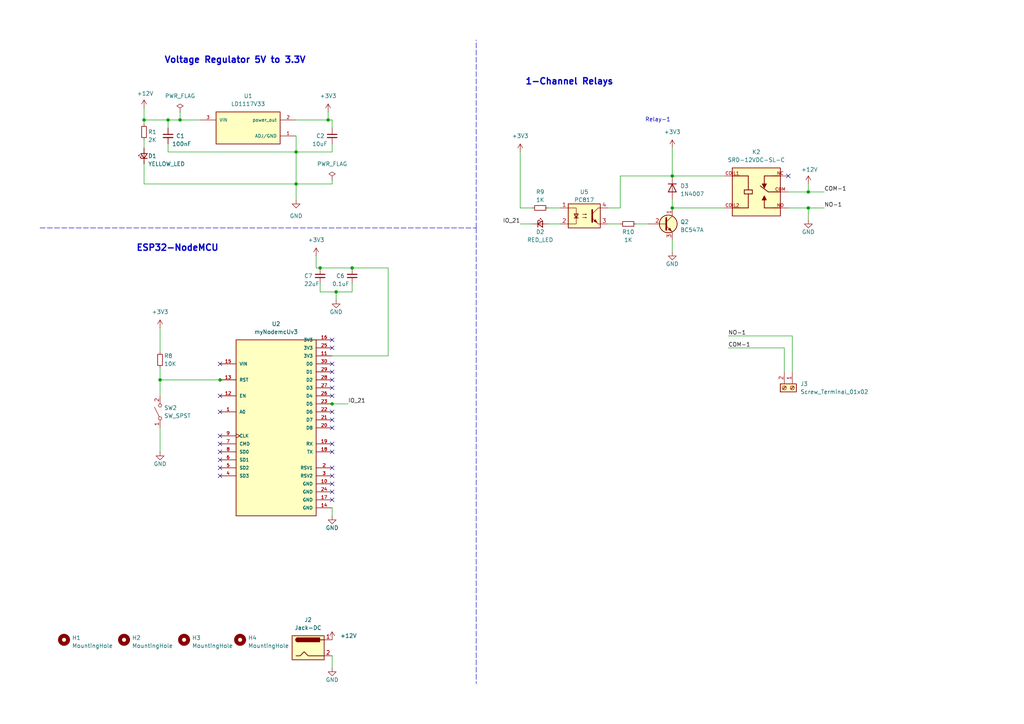
<source format=kicad_sch>
(kicad_sch (version 20231120) (generator "eeschema") (generator_version "8.0")
  (paper "User" 324.993 230.022)
  (title_block (title "water ctrl") (date "2024-10-10") (company "bou6"))
  (lib_symbols
    (symbol "1N4007_1" (pin_numbers hide) (pin_names hide)
      (property "Reference" "D" (at 0 2.54 0))
      (property "Value" "1N4007" (at 0 -2.54 0))
      (symbol "1N4007_1_0_1"
        (polyline (pts (xy -1.27 1.27) (xy -1.27 -1.27)) (stroke (width 0.254)))
        (polyline (pts (xy 1.27 0) (xy -1.27 0)))
        (polyline (pts (xy 1.27 1.27) (xy 1.27 -1.27) (xy -1.27 0) (xy 1.27 1.27)) (stroke (width 0.254)))
      )
      (symbol "1N4007_1_1_1"
        (pin passive line (at -3.81 0 0) (length 2.54) (name "K") (number "1"))
        (pin passive line (at 3.81 0 180) (length 2.54) (name "A") (number "2"))
      )
    )
    (symbol "BC547A_1" (pin_names hide)
      (property "Reference" "Q" (at 5.08 1.27 0))
      (property "Value" "BC547A" (at 5.08 -1.27 0))
      (symbol "BC547A_1_0_1"
        (polyline (pts (xy 0.635 0.635) (xy 2.54 2.54)))
        (polyline (pts (xy 0.635 -0.635) (xy 2.54 -2.54) (xy 2.54 -2.54)))
        (polyline (pts (xy 0.635 1.905) (xy 0.635 -1.905) (xy 0.635 -1.905)) (stroke (width 0.508)))
        (polyline (pts (xy 1.27 -1.778) (xy 1.778 -1.27) (xy 2.286 -2.286) (xy 1.27 -1.778) (xy 1.27 -1.778)) (fill (type outline)))
        (circle (center 1.27 0) (radius 2.8194) (stroke (width 0.254)) (fill (type background)))
      )
      (symbol "BC547A_1_1_1"
        (pin passive line (at 2.54 5.08 270) (length 2.54) (name "C") (number "1"))
        (pin input line (at -5.08 0 0) (length 5.715) (name "B") (number "2"))
        (pin passive line (at 2.54 -5.08 90) (length 2.54) (name "E") (number "3"))
      )
    )
    (symbol "Connector:Jack-DC" (pin_names (offset 1.016))
      (property "Reference" "J" (at 0 5.334 0))
      (property "Value" "Jack-DC" (at 0 -5.08 0))
      (symbol "Jack-DC_0_1"
        (rectangle (start -5.08 3.81) (end 5.08 -3.81) (stroke (width 0.254)) (fill (type background)))
        (arc (start -3.302 3.175) (mid -3.9343 2.54) (end -3.302 1.905) (stroke (width 0.254)))
        (arc (start -3.302 3.175) (mid -3.9343 2.54) (end -3.302 1.905) (stroke (width 0.254)) (fill (type outline)))
        (polyline (pts (xy 5.08 2.54) (xy 3.81 2.54)) (stroke (width 0.254)))
        (polyline (pts (xy -3.81 -2.54) (xy -2.54 -2.54) (xy -1.27 -1.27) (xy 0 -2.54) (xy 2.54 -2.54) (xy 5.08 -2.54)) (stroke (width 0.254)))
        (rectangle (start 3.683 3.175) (end -3.302 1.905) (stroke (width 0.254)) (fill (type outline)))
      )
      (symbol "Jack-DC_1_1"
        (pin passive line (at 7.62 2.54 180) (length 2.54) (name "~") (number "1"))
        (pin passive line (at 7.62 -2.54 180) (length 2.54) (name "~") (number "2"))
      )
    )
    (symbol "Connector:Screw_Terminal_01x02" (pin_names (offset 1.016) hide)
      (property "Reference" "J" (at 0 2.54 0))
      (property "Value" "Screw_Terminal_01x02" (at 0 -5.08 0))
      (symbol "Screw_Terminal_01x02_1_1"
        (rectangle (start -1.27 1.27) (end 1.27 -3.81) (stroke (width 0.254)) (fill (type background)))
        (circle (center 0 -2.54) (radius 0.635) (stroke (width 0.1524)))
        (polyline (pts (xy -0.5334 -2.2098) (xy 0.3302 -3.048)) (stroke (width 0.1524)))
        (polyline (pts (xy -0.5334 0.3302) (xy 0.3302 -0.508)) (stroke (width 0.1524)))
        (polyline (pts (xy -0.3556 -2.032) (xy 0.508 -2.8702)) (stroke (width 0.1524)))
        (polyline (pts (xy -0.3556 0.508) (xy 0.508 -0.3302)) (stroke (width 0.1524)))
        (circle (center 0 0) (radius 0.635) (stroke (width 0.1524)))
        (pin passive line (at -5.08 0 0) (length 3.81) (name "Pin_1") (number "1"))
        (pin passive line (at -5.08 -2.54 0) (length 3.81) (name "Pin_2") (number "2"))
      )
    )
    (symbol "Device:C_Small" (pin_numbers hide) (pin_names (offset 0.254) hide)
      (property "Reference" "C" (at 0.254 1.778 0))
      (property "Value" "C_Small" (at 0.254 -2.032 0))
      (symbol "C_Small_0_1"
        (polyline (pts (xy -1.524 -0.508) (xy 1.524 -0.508)) (stroke (width 0.3302)))
        (polyline (pts (xy -1.524 0.508) (xy 1.524 0.508)) (stroke (width 0.3048)))
      )
      (symbol "C_Small_1_1"
        (pin passive line (at 0 2.54 270) (length 2.032) (name "~") (number "1"))
        (pin passive line (at 0 -2.54 90) (length 2.032) (name "~") (number "2"))
      )
    )
    (symbol "Device:LED_Small" (pin_numbers hide) (pin_names (offset 0.254) hide)
      (property "Reference" "D" (at -1.27 3.175 0))
      (property "Value" "LED_Small" (at -4.445 -2.54 0))
      (symbol "LED_Small_0_1"
        (polyline (pts (xy -0.762 -1.016) (xy -0.762 1.016)) (stroke (width 0.254)))
        (polyline (pts (xy 1.016 0) (xy -0.762 0)))
        (polyline (pts (xy 0.762 -1.016) (xy -0.762 0) (xy 0.762 1.016) (xy 0.762 -1.016)) (stroke (width 0.254)))
        (polyline (pts (xy 0 0.762) (xy -0.508 1.27) (xy -0.254 1.27) (xy -0.508 1.27) (xy -0.508 1.016)))
        (polyline (pts (xy 0.508 1.27) (xy 0 1.778) (xy 0.254 1.778) (xy 0 1.778) (xy 0 1.524)))
      )
      (symbol "LED_Small_1_1"
        (pin passive line (at -2.54 0 0) (length 1.778) (name "K") (number "1"))
        (pin passive line (at 2.54 0 180) (length 1.778) (name "A") (number "2"))
      )
    )
    (symbol "Device:R_Small" (pin_numbers hide) (pin_names (offset 0.254) hide)
      (property "Reference" "R" (at 0.762 0.508 0))
      (property "Value" "R_Small" (at 0.762 -1.016 0))
      (symbol "R_Small_0_1"
        (rectangle (start -0.762 1.778) (end 0.762 -1.778) (stroke (width 0.2032)))
      )
      (symbol "R_Small_1_1"
        (pin passive line (at 0 2.54 270) (length 0.762) (name "~") (number "1"))
        (pin passive line (at 0 -2.54 90) (length 0.762) (name "~") (number "2"))
      )
    )
    (symbol "LD1117V33:LD1117V33" (pin_names (offset 1.016))
      (property "Reference" "U" (at -10.16 5.842 0))
      (property "Value" "LD1117V33" (at -10.16 -7.62 0))
      (symbol "LD1117V33_0_0"
        (rectangle (start -10.16 -5.08) (end 10.16 5.08) (stroke (width 0.254)) (fill (type background)))
        (pin passive line (at 15.24 -2.54 180) (length 5.08) (name "ADJ/GND") (number "1"))
        (pin power_out line (at 15.24 2.54 180) (length 5.08) (name "power_out") (number "2"))
        (pin input line (at -15.24 2.54 0) (length 5.08) (name "VIN") (number "3"))
      )
    )
    (symbol "Mechanical:MountingHole" (pin_names (offset 1.016))
      (property "Reference" "H" (at 0 5.08 0))
      (property "Value" "MountingHole" (at 0 3.175 0))
      (symbol "MountingHole_0_1"
        (circle (center 0 0) (radius 1.27) (stroke (width 1.27)))
      )
    )
    (symbol "PC817_1" (pin_names (offset 1.016))
      (property "Reference" "U" (at -5.08 5.08 0))
      (property "Value" "PC817" (at 0 5.08 0))
      (symbol "PC817_1_0_1"
        (rectangle (start -5.08 3.81) (end 5.08 -3.81) (stroke (width 0.254)) (fill (type background)))
        (polyline (pts (xy -3.175 -0.635) (xy -1.905 -0.635)) (stroke (width 0.254)))
        (polyline (pts (xy 2.54 0.635) (xy 4.445 2.54)))
        (polyline (pts (xy 4.445 -2.54) (xy 2.54 -0.635)) (fill (type outline)))
        (polyline (pts (xy 4.445 -2.54) (xy 5.08 -2.54)))
        (polyline (pts (xy 4.445 2.54) (xy 5.08 2.54)))
        (polyline (pts (xy -5.08 2.54) (xy -2.54 2.54) (xy -2.54 -0.635)))
        (polyline (pts (xy -2.54 -0.635) (xy -2.54 -2.54) (xy -5.08 -2.54)))
        (polyline (pts (xy 2.54 1.905) (xy 2.54 -1.905) (xy 2.54 -1.905)) (stroke (width 0.508)))
        (polyline (pts (xy -2.54 -0.635) (xy -3.175 0.635) (xy -1.905 0.635) (xy -2.54 -0.635)) (stroke (width 0.254)))
        (polyline (pts (xy -0.508 -0.508) (xy 0.762 -0.508) (xy 0.381 -0.635) (xy 0.381 -0.381) (xy 0.762 -0.508)))
        (polyline (pts (xy -0.508 0.508) (xy 0.762 0.508) (xy 0.381 0.381) (xy 0.381 0.635) (xy 0.762 0.508)))
        (polyline (pts (xy 3.048 -1.651) (xy 3.556 -1.143) (xy 4.064 -2.159) (xy 3.048 -1.651) (xy 3.048 -1.651)) (fill (type outline)))
      )
      (symbol "PC817_1_1_1"
        (pin passive line (at -7.62 2.54 0) (length 2.54) (name "~") (number "1"))
        (pin passive line (at -7.62 -2.54 0) (length 2.54) (name "~") (number "2"))
        (pin passive line (at 7.62 -2.54 180) (length 2.54) (name "~") (number "3"))
        (pin passive line (at 7.62 2.54 180) (length 2.54) (name "~") (number "4"))
      )
    )
    (symbol "SRD-12VDC-SL-C:SRD-12VDC-SL-C" (pin_names (offset 1.016))
      (property "Reference" "K" (at -7.62 8.89 0))
      (property "Value" "SRD-12VDC-SL-C" (at -7.62 -10.16 0))
      (symbol "SRD-12VDC-SL-C_0_0"
        (rectangle (start -7.62 -7.62) (end 7.62 7.62) (stroke (width 0.254)) (fill (type background)))
        (polyline (pts (xy -7.62 -5.08) (xy -2.54 -5.08)) (stroke (width 0.254)))
        (polyline (pts (xy -7.62 5.08) (xy -2.54 5.08)) (stroke (width 0.254)))
        (polyline (pts (xy -3.81 -0.635) (xy -3.81 0.635)) (stroke (width 0.254)))
        (polyline (pts (xy -3.81 0.635) (xy -2.54 0.635)) (stroke (width 0.254)))
        (polyline (pts (xy -2.54 -0.635) (xy -3.81 -0.635)) (stroke (width 0.254)))
        (polyline (pts (xy -2.54 -0.635) (xy -2.54 -5.08)) (stroke (width 0.254)))
        (polyline (pts (xy -2.54 0.635) (xy -1.27 0.635)) (stroke (width 0.254)))
        (polyline (pts (xy -2.54 5.08) (xy -2.54 0.635)) (stroke (width 0.254)))
        (polyline (pts (xy -1.27 -0.635) (xy -2.54 -0.635)) (stroke (width 0.254)))
        (polyline (pts (xy -1.27 0.635) (xy -1.27 -0.635)) (stroke (width 0.254)))
        (polyline (pts (xy 2.54 -5.08) (xy 2.54 -2.54)) (stroke (width 0.254)))
        (polyline (pts (xy 2.54 5.08) (xy 2.54 2.54)) (stroke (width 0.254)))
        (polyline (pts (xy 2.54 5.08) (xy 7.62 5.08)) (stroke (width 0.254)))
        (polyline (pts (xy 3.81 0) (xy 1.27 1.905)) (stroke (width 0.254)))
        (polyline (pts (xy 7.62 -5.08) (xy 2.54 -5.08)) (stroke (width 0.254)))
        (polyline (pts (xy 7.62 0) (xy 3.81 0)) (stroke (width 0.254)))
        (polyline (pts (xy 1.905 -2.54) (xy 3.175 -2.54) (xy 2.54 -1.27) (xy 1.905 -2.54)) (stroke (width 0.254)) (fill (type outline)))
        (polyline (pts (xy 3.175 2.54) (xy 1.905 2.54) (xy 2.54 1.27) (xy 3.175 2.54)) (stroke (width 0.254)) (fill (type outline)))
        (pin passive line (at -10.16 5.08 0) (length 5.08) (name "~") (number "COIL1"))
        (pin passive line (at -10.16 -5.08 0) (length 5.08) (name "~") (number "COIL2"))
        (pin passive line (at 10.16 0 180) (length 5.08) (name "~") (number "COM"))
        (pin passive line (at 10.16 5.08 180) (length 5.08) (name "~") (number "NC"))
        (pin passive line (at 10.16 -5.08 180) (length 5.08) (name "~") (number "NO"))
      )
    )
    (symbol "Switch:SW_SPST" (pin_names (offset 0) hide)
      (property "Reference" "SW" (at 0 3.175 0))
      (property "Value" "SW_SPST" (at 0 -2.54 0))
      (symbol "SW_SPST_0_0"
        (circle (center -2.032 0) (radius 0.508))
        (polyline (pts (xy -1.524 0.254) (xy 1.524 1.778)))
        (circle (center 2.032 0) (radius 0.508))
      )
      (symbol "SW_SPST_1_1"
        (pin passive line (at -5.08 0 0) (length 2.54) (name "A") (number "1"))
        (pin passive line (at 5.08 0 180) (length 2.54) (name "B") (number "2"))
      )
    )
    (symbol "myNodemcuv3:myNodemcuv3" (pin_names (offset 1.016))
      (property "Reference" "U" (at -12.7 26.035 0))
      (property "Value" "myNodemcUv3" (at -11.684 -33.02 0))
      (symbol "myNodemcuv3_0_0"
        (rectangle (start -12.7 25.4) (end 12.7 -30.48) (stroke (width 0.254)) (fill (type background)))
        (pin input line (at -17.78 2.54 0) (length 5.08) (name "A0") (number "1"))
        (pin power_in line (at 17.78 -20.32 180) (length 5.08) (name "GND") (number "10"))
        (pin power_in line (at 17.78 20.32 180) (length 5.08) (name "3V3") (number "11"))
        (pin input line (at -17.78 7.62 0) (length 5.08) (name "EN") (number "12"))
        (pin input line (at -17.78 12.7 0) (length 5.08) (name "RST") (number "13"))
        (pin power_in line (at 17.78 -27.94 180) (length 5.08) (name "GND") (number "14"))
        (pin input line (at -17.78 17.78 0) (length 5.08) (name "VIN") (number "15"))
        (pin power_in line (at 17.78 25.4 180) (length 5.08) (name "3V3") (number "16"))
        (pin power_in line (at 17.78 -25.4 180) (length 5.08) (name "GND") (number "17"))
        (pin bidirectional line (at 17.78 -10.16 180) (length 5.08) (name "TX") (number "18"))
        (pin bidirectional line (at 17.78 -7.62 180) (length 5.08) (name "RX") (number "19"))
        (pin passive line (at 17.78 -15.24 180) (length 5.08) (name "RSV1") (number "2"))
        (pin bidirectional line (at 17.78 -2.54 180) (length 5.08) (name "D8") (number "20"))
        (pin bidirectional line (at 17.78 0 180) (length 5.08) (name "D7") (number "21"))
        (pin bidirectional line (at 17.78 2.54 180) (length 5.08) (name "D6") (number "22"))
        (pin bidirectional line (at 17.78 5.08 180) (length 5.08) (name "D5") (number "23"))
        (pin power_in line (at 17.78 -22.86 180) (length 5.08) (name "GND") (number "24"))
        (pin power_in line (at 17.78 22.86 180) (length 5.08) (name "3V3") (number "25"))
        (pin bidirectional line (at 17.78 7.62 180) (length 5.08) (name "D4") (number "26"))
        (pin bidirectional line (at 17.78 10.16 180) (length 5.08) (name "D3") (number "27"))
        (pin bidirectional line (at 17.78 12.7 180) (length 5.08) (name "D2") (number "28"))
        (pin bidirectional line (at 17.78 15.24 180) (length 5.08) (name "D1") (number "29"))
        (pin passive line (at 17.78 -17.78 180) (length 5.08) (name "RSV2") (number "3"))
        (pin bidirectional line (at 17.78 17.78 180) (length 5.08) (name "D0") (number "30"))
        (pin bidirectional line (at -17.78 -17.78 0) (length 5.08) (name "SD3") (number "4"))
        (pin bidirectional line (at -17.78 -15.24 0) (length 5.08) (name "SD2") (number "5"))
        (pin bidirectional line (at -17.78 -12.7 0) (length 5.08) (name "SD1") (number "6"))
        (pin input line (at -17.78 -7.62 0) (length 5.08) (name "CMD") (number "7"))
        (pin bidirectional line (at -17.78 -10.16 0) (length 5.08) (name "SD0") (number "8"))
        (pin input clock (at -17.78 -5.08 0) (length 5.08) (name "CLK") (number "9"))
      )
    )
    (symbol "power:+3V3" (power) (pin_numbers hide) (pin_names (offset 0) hide)
      (property "Value" "+3V3" (at 0 3.556 0))
      (symbol "+3V3_0_1"
        (polyline (pts (xy -0.762 1.27) (xy 0 2.54)))
        (polyline (pts (xy 0 0) (xy 0 2.54)))
        (polyline (pts (xy 0 2.54) (xy 0.762 1.27)))
      )
      (symbol "+3V3_1_1"
        (pin power_in line (at 0 0 90) (length 0) (name "~") (number "1"))
      )
    )
    (symbol "power:+5V" (power) (pin_names (offset 0))
      (property "Value" "+5V" (at 0 3.556 0))
      (symbol "+5V_0_1"
        (polyline (pts (xy -0.762 1.27) (xy 0 2.54)))
        (polyline (pts (xy 0 0) (xy 0 2.54)))
        (polyline (pts (xy 0 2.54) (xy 0.762 1.27)))
      )
      (symbol "+5V_1_1"
        (pin power_in line (at 0 0 90) (length 0) hide (name "+5V") (number "1"))
      )
    )
    (symbol "power:GND" (power) (pin_names (offset 0))
      (property "Value" "GND" (at 0 -3.81 0))
      (symbol "GND_0_1"
        (polyline (pts (xy 0 0) (xy 0 -1.27) (xy 1.27 -1.27) (xy 0 -2.54) (xy -1.27 -1.27) (xy 0 -1.27)))
      )
      (symbol "GND_1_1"
        (pin power_in line (at 0 0 270) (length 0) hide (name "GND") (number "1"))
      )
    )
    (symbol "power:PWR_FLAG" (power) (pin_numbers hide) (pin_names (offset 0) hide)
      (property "Value" "PWR_FLAG" (at 0 3.81 0))
      (symbol "PWR_FLAG_0_0"
        (pin power_out line (at 0 0 90) (length 0) (name "~") (number "1"))
      )
      (symbol "PWR_FLAG_0_1"
        (polyline (pts (xy 0 0) (xy 0 1.27) (xy -1.016 1.905) (xy 0 2.54) (xy 1.016 1.905) (xy 0 1.27)))
      )
    )
  )
  (junction (at 101.6 85.09))
  (junction (at 45.72 38.1))
  (junction (at 105.41 128.27))
  (junction (at 106.68 92.71))
  (junction (at 50.8 120.65))
  (junction (at 69.85 120.65))
  (junction (at 111.76 85.09))
  (junction (at 93.98 58.42))
  (junction (at 256.54 60.96))
  (junction (at 93.98 48.26))
  (junction (at 213.36 55.88))
  (junction (at 57.15 38.1))
  (junction (at 104.14 38.1))
  (junction (at 213.36 66.04))
  (junction (at 256.54 66.04))
  (junction (at 53.34 38.1))
  (no_connect (at 69.85 140.97))
  (no_connect (at 105.41 151.13))
  (no_connect (at 105.41 118.11))
  (no_connect (at 69.85 143.51))
  (no_connect (at 69.85 130.81))
  (no_connect (at 69.85 146.05))
  (no_connect (at 105.41 120.65))
  (no_connect (at 69.85 151.13))
  (no_connect (at 105.41 125.73))
  (no_connect (at 105.41 135.89))
  (no_connect (at 105.41 130.81))
  (no_connect (at 105.41 153.67))
  (no_connect (at 69.85 115.57))
  (no_connect (at 105.41 110.49))
  (no_connect (at 105.41 148.59))
  (no_connect (at 105.41 107.95))
  (no_connect (at 69.85 148.59))
  (no_connect (at 105.41 140.97))
  (no_connect (at 105.41 133.35))
  (no_connect (at 105.41 156.21))
  (no_connect (at 105.41 143.51))
  (no_connect (at 250.19 55.88))
  (no_connect (at 69.85 138.43))
  (no_connect (at 105.41 158.75))
  (no_connect (at 105.41 123.19))
  (no_connect (at 105.41 115.57))
  (no_connect (at 69.85 125.73))
  (wire (pts (xy 45.72 44.45) (xy 45.72 46.99)))
  (wire (pts (xy 93.98 38.1) (xy 104.14 38.1)))
  (wire (pts (xy 50.8 135.89) (xy 50.8 143.51)))
  (wire (pts (xy 93.98 48.26) (xy 93.98 58.42)))
  (wire (pts (xy 101.6 92.71) (xy 101.6 90.17)))
  (wire (pts (xy 45.72 38.1) (xy 45.72 39.37)))
  (wire (pts (xy 173.99 66.04) (xy 177.8 66.04)))
  (wire (pts (xy 213.36 76.2) (xy 213.36 80.01)))
  (wire (pts (xy 104.14 38.1) (xy 105.41 38.1)))
  (wire (pts (xy 193.04 66.04) (xy 196.85 66.04)))
  (wire (pts (xy 100.33 81.28) (xy 100.33 85.09)))
  (wire (pts (xy 256.54 66.04) (xy 261.62 66.04)))
  (wire (pts (xy 105.41 128.27) (xy 110.49 128.27)))
  (wire (pts (xy 50.8 104.14) (xy 50.8 111.76)))
  (wire (pts (xy 45.72 52.07) (xy 45.72 58.42)))
  (wire (pts (xy 63.5 38.1) (xy 57.15 38.1)))
  (wire (pts (xy 213.36 66.04) (xy 229.87 66.04)))
  (wire (pts (xy 50.8 120.65) (xy 50.8 125.73)))
  (wire (pts (xy 53.34 48.26) (xy 93.98 48.26)))
  (wire (pts (xy 102.87 128.27) (xy 105.41 128.27)))
  (wire (pts (xy 57.15 35.56) (xy 57.15 38.1)))
  (polyline (pts (xy 72.39 72.39) (xy 151.13 72.39)) (stroke (width 0) (type dash)))
  (polyline (pts (xy 151.13 72.39) (xy 151.13 198.12)) (stroke (width 0) (type dash)))
  (wire (pts (xy 256.54 66.04) (xy 256.54 69.85)))
  (wire (pts (xy 105.41 38.1) (xy 105.41 40.64)))
  (wire (pts (xy 250.19 66.04) (xy 256.54 66.04)))
  (wire (pts (xy 248.92 110.49) (xy 231.14 110.49)))
  (wire (pts (xy 248.92 110.49) (xy 248.92 118.11)))
  (wire (pts (xy 193.04 71.12) (xy 196.85 71.12)))
  (wire (pts (xy 93.98 58.42) (xy 105.41 58.42)))
  (wire (pts (xy 111.76 90.17) (xy 111.76 92.71)))
  (wire (pts (xy 45.72 34.29) (xy 45.72 38.1)))
  (wire (pts (xy 45.72 38.1) (xy 53.34 38.1)))
  (polyline (pts (xy 151.13 198.12) (xy 151.13 217.17)) (stroke (width 0) (type dash)))
  (wire (pts (xy 201.93 71.12) (xy 205.74 71.12)))
  (polyline (pts (xy 12.7 72.39) (xy 72.39 72.39)) (stroke (width 0) (type dash)))
  (wire (pts (xy 106.68 92.71) (xy 106.68 95.25)))
  (polyline (pts (xy 151.13 72.39) (xy 151.13 12.7)) (stroke (width 0) (type dash)))
  (wire (pts (xy 165.1 71.12) (xy 168.91 71.12)))
  (wire (pts (xy 93.98 48.26) (xy 105.41 48.26)))
  (wire (pts (xy 105.41 161.29) (xy 105.41 163.83)))
  (wire (pts (xy 250.19 60.96) (xy 256.54 60.96)))
  (wire (pts (xy 251.46 106.68) (xy 251.46 118.11)))
  (wire (pts (xy 256.54 58.42) (xy 256.54 60.96)))
  (wire (pts (xy 165.1 66.04) (xy 168.91 66.04)))
  (wire (pts (xy 256.54 60.96) (xy 261.62 60.96)))
  (wire (pts (xy 93.98 58.42) (xy 93.98 63.5)))
  (wire (pts (xy 213.36 55.88) (xy 229.87 55.88)))
  (wire (pts (xy 196.85 55.88) (xy 213.36 55.88)))
  (wire (pts (xy 104.14 35.56) (xy 104.14 38.1)))
  (wire (pts (xy 105.41 208.28) (xy 105.41 212.09)))
  (wire (pts (xy 93.98 43.18) (xy 93.98 48.26)))
  (wire (pts (xy 165.1 48.26) (xy 165.1 66.04)))
  (wire (pts (xy 213.36 63.5) (xy 213.36 66.04)))
  (wire (pts (xy 196.85 66.04) (xy 196.85 55.88)))
  (wire (pts (xy 111.76 85.09) (xy 123.19 85.09)))
  (wire (pts (xy 106.68 92.71) (xy 101.6 92.71)))
  (wire (pts (xy 53.34 45.72) (xy 53.34 48.26)))
  (wire (pts (xy 105.41 48.26) (xy 105.41 45.72)))
  (wire (pts (xy 53.34 38.1) (xy 57.15 38.1)))
  (wire (pts (xy 105.41 113.03) (xy 123.19 113.03)))
  (wire (pts (xy 74.93 120.65) (xy 69.85 120.65)))
  (wire (pts (xy 100.33 85.09) (xy 101.6 85.09)))
  (wire (pts (xy 50.8 116.84) (xy 50.8 120.65)))
  (wire (pts (xy 123.19 85.09) (xy 123.19 113.03)))
  (wire (pts (xy 50.8 120.65) (xy 69.85 120.65)))
  (wire (pts (xy 105.41 58.42) (xy 105.41 57.15)))
  (wire (pts (xy 213.36 46.99) (xy 213.36 55.88)))
  (wire (pts (xy 111.76 92.71) (xy 106.68 92.71)))
  (wire (pts (xy 53.34 38.1) (xy 53.34 40.64)))
  (wire (pts (xy 45.72 58.42) (xy 93.98 58.42)))
  (wire (pts (xy 251.46 106.68) (xy 231.14 106.68)))
  (wire (pts (xy 101.6 85.09) (xy 111.76 85.09)))
  (wire (pts (xy 173.99 71.12) (xy 177.8 71.12)))
  (text "Voltage Regulator 5V to 3.3V" (at 52.07 20.32 0) (effects (font (size 2 2) (thickness 0.4) (bold yes)) (justify left bottom)))
  (text "1-Channel Relays" (at 166.624 27.178 0) (effects (font (size 2 2) (bold yes)) (justify left bottom)))
  (text "Relay-1" (at 204.724 38.862 0) (effects (font (size 1.27 1.27)) (justify left bottom)))
  (text "ESP32-NodeMCU\n" (at 43.18 80.01 0) (effects (font (size 2 2) (bold yes)) (justify left bottom)))
  (label "IO_21" (at 165.1 71.12 180))
  (label "NO-1" (at 261.62 66.04 0))
  (label "NO-1" (at 231.14 106.68 0))
  (label "COM-1" (at 231.14 110.49 0))
  (label "COM-1" (at 261.62 60.96 0))
  (label "IO_21" (at 110.49 128.27 0))
  (symbol (lib_id "power:+3V3") (at 50.8 104.14 0) (unit 1)
    (property "Reference" "#PWR05" (effects (hide yes)))
    (property "Value" "+3V3" (at 50.8 99.06 0))
    (property "Description" "Power symbol creates a global label with name \"+3V3\"" (effects (hide yes)))
  )
  (symbol (lib_id "Device:C_Small") (at 105.41 43.18 0) (unit 1)
    (property "Reference" "C2" (at 100.33 43.18 0) (effects (justify left)))
    (property "Value" "10uF" (at 99.06 45.72 0) (effects (justify left)))
    (property "Footprint" "Capacitor_SMD:C_0805_2012Metric_Pad1.18x1.45mm_HandSolder" (effects (hide yes)))
  )
  (symbol (lib_id "Device:LED_Small") (at 171.45 71.12 0) (unit 1)
    (property "Reference" "D2" (at 171.45 73.66 0))
    (property "Value" "RED_LED" (at 171.45 76.2 0))
    (property "Footprint" "LED_SMD:LED_0805_2012Metric_Pad1.15x1.40mm_HandSolder" (effects (hide yes)))
  )
  (symbol (lib_id "power:GND") (at 105.41 212.09 0) (unit 1)
    (property "Reference" "#PWR021" (effects (hide yes)))
    (property "Value" "GND" (at 105.41 215.9 0))
  )
  (symbol (lib_id "power:GND") (at 256.54 69.85 0) (unit 1)
    (property "Reference" "#PWR07" (effects (hide yes)))
    (property "Value" "GND" (at 256.54 73.66 0))
  )
  (symbol (lib_id "power:+3V3") (at 104.14 35.56 0) (unit 1)
    (property "Reference" "#PWR04" (effects (hide yes)))
    (property "Value" "+3V3" (at 104.14 30.48 0))
    (property "Description" "Power symbol creates a global label with name \"+3V3\"" (effects (hide yes)))
  )
  (symbol (lib_id "Device:R_Small") (at 171.45 66.04 270) (unit 1)
    (property "Reference" "R9" (at 171.45 60.96 90))
    (property "Value" "1K" (at 171.45 63.5 90))
    (property "Footprint" "Resistor_SMD:R_0805_2012Metric_Pad1.20x1.40mm_HandSolder" (effects (hide yes)))
  )
  (symbol (lib_id "power:GND") (at 106.68 95.25 0) (unit 1)
    (property "Reference" "#PWR06" (effects (hide yes)))
    (property "Value" "GND" (at 106.68 99.06 0))
  )
  (symbol (lib_id "Mechanical:MountingHole") (at 20.32 203.2 0) (unit 1)
    (property "Reference" "H1" (at 22.86 202.565 0) (effects (justify left)))
    (property "Value" "MountingHole" (at 22.86 205.105 0) (effects (justify left)))
    (property "Footprint" "MountingHole:MountingHole_3.2mm_M3" (effects (hide yes)))
  )
  (symbol (lib_id "Device:C_Small") (at 111.76 87.63 0) (unit 1)
    (property "Reference" "C6" (at 106.68 87.63 0) (effects (justify left)))
    (property "Value" "0.1uF" (at 105.41 90.17 0) (effects (justify left)))
    (property "Footprint" "Capacitor_SMD:C_0805_2012Metric_Pad1.18x1.45mm_HandSolder" (effects (hide yes)))
  )
  (symbol (lib_name "PC817_1") (lib_id "local_lib:PC817") (at 185.42 68.58 0) (unit 1)
    (property "Reference" "U5" (at 185.42 60.96 0))
    (property "Value" "PC817" (at 185.42 63.5 0))
    (property "Footprint" "Package_DIP:DIP-4_W7.62mm" (effects (hide yes)))
    (property "Datasheet" "http://www.soselectronic.cz/a_info/resource/d/pc817.pdf" (effects (hide yes)))
  )
  (symbol (lib_id "power:GND") (at 105.41 163.83 0) (unit 1)
    (property "Reference" "#PWR03" (effects (hide yes)))
    (property "Value" "GND" (at 105.41 167.64 0))
  )
  (symbol (lib_id "power:GND") (at 50.8 143.51 0) (unit 1)
    (property "Reference" "#PWR013" (effects (hide yes)))
    (property "Value" "GND" (at 50.8 147.32 0))
  )
  (symbol (lib_id "myNodemcuv3:myNodemcuv3") (at 87.63 133.35 0) (unit 1)
    (property "Reference" "U2" (at 87.63 102.87 0))
    (property "Value" "myNodemcUv3" (at 87.63 105.41 0))
    (property "Footprint" "myNodemcuv3:myNodeMcuv3" (effects (hide yes)))
    (property "MF" "YKS" (effects (hide yes)))
    (property "MAXIMUM_PACKAGE_HEIGHT" "N/A" (effects (hide yes)))
    (property "Package" "None" (effects (hide yes)))
    (property "Price" "None" (effects (hide yes)))
    (property "Check_prices" "https://www.snapeda.com/parts/ZC563900/YKS/view-part/?ref=eda" (effects (hide yes)))
    (property "STANDARD" "Manufacturer Recommendations" (effects (hide yes)))
    (property "PARTREV" "1.0" (effects (hide yes)))
    (property "SnapEDA_Link" "https://www.snapeda.com/parts/ZC563900/YKS/view-part/?ref=snap" (effects (hide yes)))
    (property "MP" "ZC563900" (effects (hide yes)))
    (property "Description_1" "\nNodeMcu Lua ESP8266 WIFI Internet of Things Network Development Module Board\n" (effects (hide yes)))
    (property "Availability" "Not in stock" (effects (hide yes)))
    (property "MANUFACTURER" "YKS" (effects (hide yes)))
  )
  (symbol (lib_id "power:PWR_FLAG") (at 57.15 35.56 0) (unit 1)
    (property "Reference" "#FLG01" (effects (hide yes)))
    (property "Value" "PWR_FLAG" (at 57.15 30.48 0))
    (property "Description" "Special symbol for telling ERC where power comes from" (effects (hide yes)))
  )
  (symbol (lib_id "Device:R_Small") (at 50.8 114.3 0) (unit 1)
    (property "Reference" "R8" (at 52.07 113.03 0) (effects (justify left)))
    (property "Value" "10K" (at 52.07 115.57 0) (effects (justify left)))
    (property "Footprint" "Resistor_SMD:R_0805_2012Metric_Pad1.20x1.40mm_HandSolder" (effects (hide yes)))
  )
  (symbol (lib_id "power:+3V3") (at 213.36 46.99 0) (unit 1)
    (property "Reference" "#PWR09" (effects (hide yes)))
    (property "Value" "+3V3" (at 213.36 41.91 0))
    (property "Description" "Power symbol creates a global label with name \"+3V3\"" (effects (hide yes)))
  )
  (symbol (lib_id "Device:C_Small") (at 101.6 87.63 0) (unit 1)
    (property "Reference" "C7" (at 96.52 87.63 0) (effects (justify left)))
    (property "Value" "22uF" (at 96.52 90.17 0) (effects (justify left)))
    (property "Footprint" "Capacitor_SMD:C_0805_2012Metric_Pad1.18x1.45mm_HandSolder" (effects (hide yes)))
  )
  (symbol (lib_id "Connector:Screw_Terminal_01x02") (at 251.46 123.19 270) (unit 1)
    (property "Reference" "J3" (at 254 121.9199 90) (effects (justify left)))
    (property "Value" "Screw_Terminal_01x02" (at 254 124.4599 90) (effects (justify left)))
    (property "Footprint" "TerminalBlock:TerminalBlock_Xinya_XY308-2.54-2P_1x02_P2.54mm_Horizontal" (effects (hide yes)))
    (property "Description" "Generic screw terminal, single row, 01x02, script generated (kicad-library-utils/schlib/autogen/connector/)" (effects (hide yes)))
  )
  (symbol (lib_id "power:+3V3") (at 100.33 81.28 0) (unit 1)
    (property "Reference" "#PWR02" (effects (hide yes)))
    (property "Value" "+3V3" (at 100.33 76.2 0))
    (property "Description" "Power symbol creates a global label with name \"+3V3\"" (effects (hide yes)))
  )
  (symbol (lib_name "BC547A_1") (lib_id "local_lib:BC547A") (at 210.82 71.12 0) (unit 1)
    (property "Reference" "Q2" (at 215.9 70.485 0) (effects (justify left)))
    (property "Value" "BC547A" (at 215.9 73.025 0) (effects (justify left)))
    (property "Footprint" "Package_TO_SOT_THT:TO-92_Inline" (effects (hide yes)))
    (property "Datasheet" "https://www.tme.eu/Document/6c5d898a533a0762c2bc33eb26c283a8/BC546-550-DTE.pdf" (effects (hide yes)))
  )
  (symbol (lib_id "Mechanical:MountingHole") (at 58.42 203.2 0) (unit 1)
    (property "Reference" "H3" (at 60.96 202.565 0) (effects (justify left)))
    (property "Value" "MountingHole" (at 60.96 205.105 0) (effects (justify left)))
    (property "Footprint" "MountingHole:MountingHole_3.2mm_M3" (effects (hide yes)))
  )
  (symbol (lib_id "Device:LED_Small") (at 45.72 49.53 90) (unit 1)
    (property "Reference" "D1" (at 46.99 49.53 90) (effects (justify right)))
    (property "Value" "YELLOW_LED" (at 46.99 52.07 90) (effects (justify right)))
    (property "Footprint" "LED_SMD:LED_0805_2012Metric_Pad1.15x1.40mm_HandSolder" (effects (hide yes)))
  )
  (symbol (lib_id "Device:C_Small") (at 53.34 43.18 0) (unit 1)
    (property "Reference" "C1" (at 55.88 43.18 0) (effects (justify left)))
    (property "Value" "100nF" (at 54.61 45.72 0) (effects (justify left)))
    (property "Footprint" "Capacitor_SMD:C_0805_2012Metric_Pad1.18x1.45mm_HandSolder" (effects (hide yes)))
  )
  (symbol (lib_id "Mechanical:MountingHole") (at 76.2 203.2 0) (unit 1)
    (property "Reference" "H4" (at 78.74 202.565 0) (effects (justify left)))
    (property "Value" "MountingHole" (at 78.74 205.105 0) (effects (justify left)))
    (property "Footprint" "MountingHole:MountingHole_3.2mm_M3" (effects (hide yes)))
  )
  (symbol (lib_id "power:GND") (at 213.36 80.01 0) (unit 1)
    (property "Reference" "#PWR018" (effects (hide yes)))
    (property "Value" "GND" (at 213.36 83.82 0))
  )
  (symbol (lib_id "Mechanical:MountingHole") (at 39.37 203.2 0) (unit 1)
    (property "Reference" "H2" (at 41.91 202.565 0) (effects (justify left)))
    (property "Value" "MountingHole" (at 41.91 205.105 0) (effects (justify left)))
    (property "Footprint" "MountingHole:MountingHole_3.2mm_M3" (effects (hide yes)))
  )
  (symbol (lib_id "Device:R_Small") (at 199.39 71.12 90) (unit 1)
    (property "Reference" "R10" (at 199.39 73.66 90))
    (property "Value" "1K" (at 199.39 76.2 90))
    (property "Footprint" "Resistor_SMD:R_0805_2012Metric_Pad1.20x1.40mm_HandSolder" (effects (hide yes)))
  )
  (symbol (lib_id "power:+5V") (at 105.41 203.2 0) (unit 1)
    (property "Reference" "#PWR020" (effects (hide yes)))
    (property "Value" "+12V" (at 107.95 201.9299 0) (effects (justify left)))
  )
  (symbol (lib_id "power:+5V") (at 256.54 58.42 0) (unit 1)
    (property "Reference" "#PWR010" (effects (hide yes)))
    (property "Value" "+12V" (at 254.254 53.848 0) (effects (justify left)))
  )
  (symbol (lib_id "Connector:Jack-DC") (at 97.79 205.74 0) (unit 1)
    (property "Reference" "J2" (at 97.79 196.85 0))
    (property "Value" "Jack-DC" (at 97.79 199.39 0))
    (property "Footprint" "Connector_BarrelJack:BarrelJack_CUI_PJ-063AH_Horizontal" (effects (hide yes)))
    (property "Description" "DC Barrel Jack" (effects (hide yes)))
  )
  (symbol (lib_id "Device:R_Small") (at 45.72 41.91 0) (unit 1)
    (property "Reference" "R1" (at 46.99 41.91 0) (effects (justify left)))
    (property "Value" "2K" (at 46.99 44.45 0) (effects (justify left)))
    (property "Footprint" "Resistor_SMD:R_0805_2012Metric_Pad1.20x1.40mm_HandSolder" (effects (hide yes)))
  )
  (symbol (lib_id "power:+5V") (at 45.72 34.29 0) (unit 1)
    (property "Reference" "#PWR01" (effects (hide yes)))
    (property "Value" "+12V" (at 43.434 29.718 0) (effects (justify left)))
  )
  (symbol (lib_id "power:+3V3") (at 165.1 48.26 0) (unit 1)
    (property "Reference" "#PWR08" (effects (hide yes)))
    (property "Value" "+3V3" (at 165.1 43.18 0))
    (property "Description" "Power symbol creates a global label with name \"+3V3\"" (effects (hide yes)))
  )
  (symbol (lib_id "LD1117V33:LD1117V33") (at 78.74 40.64 0) (unit 1)
    (property "Reference" "U1" (at 78.74 30.48 0))
    (property "Value" "LD1117V33" (at 78.74 33.02 0))
    (property "Footprint" "LD1117V33:TO255P1020X450X1968-3" (effects (hide yes)))
    (property "MF" "STMicroelectronics" (effects (hide yes)))
    (property "MAXIMUM_PACKAGE_HEIGHT" "19.68mm" (effects (hide yes)))
    (property "Package" "TO-220-3 STMicroelectronics" (effects (hide yes)))
    (property "Price" "None" (effects (hide yes)))
    (property "Check_prices" "https://www.snapeda.com/parts/LD1117V33/STMicroelectronics/view-part/?ref=eda" (effects (hide yes)))
    (property "STANDARD" "IPC-7351B" (effects (hide yes)))
    (property "PARTREV" "37" (effects (hide yes)))
    (property "SnapEDA_Link" "https://www.snapeda.com/parts/LD1117V33/STMicroelectronics/view-part/?ref=snap" (effects (hide yes)))
    (property "MP" "LD1117V33" (effects (hide yes)))
    (property "Purchase-URL" "https://www.snapeda.com/api/url_track_click_mouser/?unipart_id=51339&manufacturer=STMicroelectronics&part_name=LD1117V33&search_term=ld1117v33" (effects (hide yes)))
    (property "Description_1" "\nLinear Voltage Regulator IC Positive Fixed 1 Output 800mA TO-220AB\n" (effects (hide yes)))
    (property "Availability" "In Stock" (effects (hide yes)))
    (property "MANUFACTURER" "ST Microelectronics" (effects (hide yes)))
  )
  (symbol (lib_name "1N4007_1") (lib_id "local_lib:1N4007") (at 213.36 59.69 270) (unit 1)
    (property "Reference" "D3" (at 215.9 59.055 90) (effects (justify left)))
    (property "Value" "1N4007" (at 215.9 61.595 90) (effects (justify left)))
    (property "Footprint" "Diode_THT:D_DO-41_SOD81_P10.16mm_Horizontal" (effects (hide yes)))
    (property "Datasheet" "http://www.vishay.com/docs/88503/1n4001.pdf" (effects (hide yes)))
    (property "Sim.Device" "D" (effects (hide yes)))
    (property "Sim.Pins" "1=K 2=A" (effects (hide yes)))
  )
  (symbol (lib_id "SRD-12VDC-SL-C:SRD-12VDC-SL-C") (at 240.03 60.96 0) (unit 1)
    (property "Reference" "K2" (at 240.03 48.26 0))
    (property "Value" "SRD-12VDC-SL-C" (at 240.03 50.8 0))
    (property "Footprint" "SRD-12VDC-SL-C:RELAY_SRD-12VDC-SL-C" (effects (hide yes)))
    (property "MF" "Songle Relay" (effects (hide yes)))
    (property "MAXIMUM_PACKAGE_HEIGHT" "15.8 mm" (effects (hide yes)))
    (property "Package" "NON STANDARD-5 Songle Relay" (effects (hide yes)))
    (property "Price" "None" (effects (hide yes)))
    (property "Check_prices" "https://www.snapeda.com/parts/SRD-12VDC-SL-C/Songle+Relay/view-part/?ref=eda" (effects (hide yes)))
    (property "STANDARD" "IPC 7351B" (effects (hide yes)))
    (property "PARTREV" "1.0" (effects (hide yes)))
    (property "SnapEDA_Link" "https://www.snapeda.com/parts/SRD-12VDC-SL-C/Songle+Relay/view-part/?ref=snap" (effects (hide yes)))
    (property "MP" "SRD-12VDC-SL-C" (effects (hide yes)))
    (property "Description_1" "\nGeneral Purpose Non Latching 12VDC SPDT Through Hole Relays RoHS\n" (effects (hide yes)))
    (property "Availability" "In Stock" (effects (hide yes)))
    (property "MANUFACTURER" "Songle Relay" (effects (hide yes)))
  )
  (symbol (lib_id "power:PWR_FLAG") (at 105.41 57.15 0) (unit 1)
    (property "Reference" "#FLG02" (effects (hide yes)))
    (property "Value" "PWR_FLAG" (at 105.41 52.07 0))
    (property "Description" "Special symbol for telling ERC where power comes from" (effects (hide yes)))
  )
  (symbol (lib_id "power:GND") (at 93.98 63.5 0) (unit 1)
    (property "Reference" "#PWR029" (effects (hide yes)))
    (property "Value" "GND" (at 93.98 68.58 0))
  )
  (symbol (lib_id "Switch:SW_SPST") (at 50.8 130.81 90) (unit 1)
    (property "Reference" "SW2" (at 52.07 129.5399 90) (effects (justify right)))
    (property "Value" "SW_SPST" (at 52.07 132.0799 90) (effects (justify right)))
    (property "Footprint" "Button_Switch_SMD:SW_SPST_B3U-1000P" (effects (hide yes)))
    (property "Description" "Single Pole Single Throw (SPST) switch" (effects (hide yes)))
  )
)
</source>
